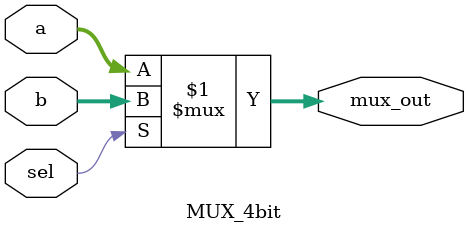
<source format=v>
`timescale 1ns / 1ps

module MUX_4bit(a,b,sel,mux_out);

parameter n = 3;

input [n:0] a,b;
input sel;
output [n:0] mux_out;

assign mux_out = sel ? b: a;  //sel = 1, output = b, else output = a

endmodule

</source>
